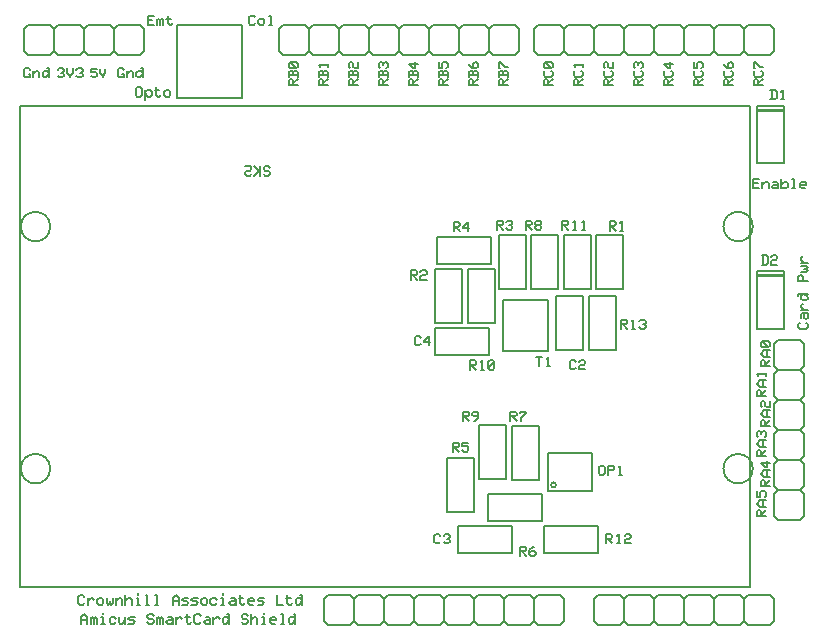
<source format=gbr>
G04 GERBER ASCII OUTPUT FROM: EDWINXP (VER. 1.61 REV. 20080915)*
G04 GERBER FORMAT: RX-274-X*
G04 BOARD: AMICUS_SMARTCARD*
G04 ARTWORK OF COMP.PRINT POSITIVE*
%ASAXBY*%
%FSLAX23Y23*%
%MIA0B0*%
%MOIN*%
%OFA0.0000B0.0000*%
%SFA1B1*%
%IJA0B0*%
%INLAYER0POS*%
%IOA0B0*%
%IPPOS*%
%IR0*%
G04 APERTURE MACROS*
%AMEDWDONUT*
1,1,$1,$2,$3*
1,0,$4,$2,$3*
%
%AMEDWFRECT*
20,1,$1,$2,$3,$4,$5,$6*
%
%AMEDWORECT*
20,1,$1,$2,$3,$4,$5,$10*
20,1,$1,$4,$5,$6,$7,$10*
20,1,$1,$6,$7,$8,$9,$10*
20,1,$1,$8,$9,$2,$3,$10*
1,1,$1,$2,$3*
1,1,$1,$4,$5*
1,1,$1,$6,$7*
1,1,$1,$8,$9*
%
%AMEDWLINER*
20,1,$1,$2,$3,$4,$5,$6*
1,1,$1,$2,$3*
1,1,$1,$4,$5*
%
%AMEDWFTRNG*
4,1,3,$1,$2,$3,$4,$5,$6,$7,$8,$9*
%
%AMEDWATRNG*
4,1,3,$1,$2,$3,$4,$5,$6,$7,$8,$9*
20,1,$11,$1,$2,$3,$4,$10*
20,1,$11,$3,$4,$5,$6,$10*
20,1,$11,$5,$6,$7,$8,$10*
1,1,$11,$3,$4*
1,1,$11,$5,$6*
1,1,$11,$7,$8*
%
%AMEDWOTRNG*
20,1,$1,$2,$3,$4,$5,$8*
20,1,$1,$4,$5,$6,$7,$8*
20,1,$1,$6,$7,$2,$3,$8*
1,1,$1,$2,$3*
1,1,$1,$4,$5*
1,1,$1,$6,$7*
%
G04*
G04 APERTURE LIST*
%ADD10R,0.0650X0.0700*%
%ADD11R,0.0890X0.0940*%
%ADD12R,0.0550X0.0600*%
%ADD13R,0.0790X0.0840*%
%ADD14R,0.0700X0.0650*%
%ADD15R,0.0940X0.0890*%
%ADD16R,0.0600X0.0550*%
%ADD17R,0.0840X0.0790*%
%ADD18R,0.0350X0.0900*%
%ADD19R,0.0590X0.1140*%
%ADD20R,0.0250X0.0800*%
%ADD21R,0.0490X0.1040*%
%ADD22R,0.0760X0.0760*%
%ADD23R,0.1000X0.1000*%
%ADD24R,0.0600X0.0600*%
%ADD25R,0.0840X0.0840*%
%ADD26R,0.0500X0.0580*%
%ADD27R,0.0740X0.0820*%
%ADD28R,0.0400X0.0480*%
%ADD29R,0.0640X0.0720*%
%ADD30R,0.04724X0.06693*%
%ADD31R,0.07124X0.09093*%
%ADD32R,0.03937X0.05906*%
%ADD33R,0.06337X0.08306*%
%ADD34R,0.0860X0.0860*%
%ADD35R,0.1100X0.1100*%
%ADD36R,0.0700X0.0700*%
%ADD37R,0.0940X0.0940*%
%ADD38C,0.00039*%
%ADD40C,0.0010*%
%ADD42C,0.00118*%
%ADD44C,0.0020*%
%ADD45R,0.0020X0.0020*%
%ADD46C,0.0030*%
%ADD47R,0.0030X0.0030*%
%ADD48C,0.0040*%
%ADD49R,0.0040X0.0040*%
%ADD50C,0.0050*%
%ADD51R,0.0050X0.0050*%
%ADD52C,0.00512*%
%ADD53R,0.00512X0.00512*%
%ADD54C,0.00551*%
%ADD55R,0.00551X0.00551*%
%ADD56C,0.00591*%
%ADD57R,0.00591X0.00591*%
%ADD58C,0.00659*%
%ADD59R,0.00659X0.00659*%
%ADD60C,0.00669*%
%ADD62C,0.00787*%
%ADD63R,0.00787X0.00787*%
%ADD64C,0.00799*%
%ADD66C,0.0080*%
%ADD68C,0.00984*%
%ADD69R,0.00984X0.00984*%
%ADD70C,0.0100*%
%ADD71R,0.0100X0.0100*%
%ADD72C,0.01181*%
%ADD74C,0.0120*%
%ADD76C,0.0130*%
%ADD78C,0.0150*%
%ADD79R,0.0150X0.0150*%
%ADD80C,0.01575*%
%ADD82C,0.0160*%
%ADD83R,0.0160X0.0160*%
%ADD84C,0.01698*%
%ADD85R,0.01698X0.01698*%
%ADD86C,0.01797*%
%ADD87R,0.01797X0.01797*%
%ADD88C,0.01895*%
%ADD89R,0.01895X0.01895*%
%ADD90C,0.01969*%
%ADD91R,0.01969X0.01969*%
%ADD92C,0.01994*%
%ADD93R,0.01994X0.01994*%
%ADD94C,0.0200*%
%ADD96C,0.02092*%
%ADD97R,0.02092X0.02092*%
%ADD98C,0.02191*%
%ADD99R,0.02191X0.02191*%
%ADD100C,0.02289*%
%ADD101R,0.02289X0.02289*%
%ADD102C,0.02387*%
%ADD103R,0.02387X0.02387*%
%ADD104C,0.0240*%
%ADD105R,0.0240X0.0240*%
%ADD106C,0.0240*%
%ADD107R,0.0240X0.0240*%
%ADD108C,0.02486*%
%ADD109R,0.02486X0.02486*%
%ADD110C,0.0250*%
%ADD111R,0.0250X0.0250*%
%ADD112C,0.02584*%
%ADD113R,0.02584X0.02584*%
%ADD114C,0.02683*%
%ADD115R,0.02683X0.02683*%
%ADD116C,0.0290*%
%ADD117R,0.0290X0.0290*%
%ADD118C,0.02912*%
%ADD119R,0.02912X0.02912*%
%ADD120C,0.02951*%
%ADD121R,0.02951X0.02951*%
%ADD122C,0.02978*%
%ADD123R,0.02978X0.02978*%
%ADD124C,0.02991*%
%ADD125R,0.02991X0.02991*%
%ADD126C,0.0300*%
%ADD127R,0.0300X0.0300*%
%ADD128C,0.03059*%
%ADD129R,0.03059X0.03059*%
%ADD130C,0.03069*%
%ADD131R,0.03069X0.03069*%
%ADD132C,0.03076*%
%ADD133R,0.03076X0.03076*%
%ADD134C,0.03175*%
%ADD135R,0.03175X0.03175*%
%ADD136C,0.03199*%
%ADD137R,0.03199X0.03199*%
%ADD138C,0.0320*%
%ADD139R,0.0320X0.0320*%
%ADD140C,0.0347*%
%ADD141R,0.0347X0.0347*%
%ADD142C,0.0350*%
%ADD143R,0.0350X0.0350*%
%ADD144C,0.03569*%
%ADD145R,0.03569X0.03569*%
%ADD146C,0.0360*%
%ADD148C,0.03667*%
%ADD149R,0.03667X0.03667*%
%ADD150C,0.0370*%
%ADD152C,0.03765*%
%ADD153R,0.03765X0.03765*%
%ADD154C,0.0390*%
%ADD155R,0.0390X0.0390*%
%ADD156C,0.03937*%
%ADD157R,0.03937X0.03937*%
%ADD158C,0.03975*%
%ADD160C,0.0400*%
%ADD161R,0.0400X0.0400*%
%ADD162C,0.04061*%
%ADD163R,0.04061X0.04061*%
%ADD164C,0.04159*%
%ADD165R,0.04159X0.04159*%
%ADD166C,0.04173*%
%ADD167R,0.04173X0.04173*%
%ADD168C,0.04257*%
%ADD169R,0.04257X0.04257*%
%ADD170C,0.0440*%
%ADD172C,0.0450*%
%ADD173R,0.0450X0.0450*%
%ADD174C,0.04651*%
%ADD175R,0.04651X0.04651*%
%ADD176C,0.0470*%
%ADD177R,0.0470X0.0470*%
%ADD178C,0.04724*%
%ADD179R,0.04724X0.04724*%
%ADD180C,0.0490*%
%ADD181R,0.0490X0.0490*%
%ADD182C,0.0500*%
%ADD183R,0.0500X0.0500*%
%ADD184C,0.05045*%
%ADD185R,0.05045X0.05045*%
%ADD186C,0.05118*%
%ADD187R,0.05118X0.05118*%
%ADD188C,0.05143*%
%ADD189R,0.05143X0.05143*%
%ADD190C,0.05512*%
%ADD191R,0.05512X0.05512*%
%ADD192C,0.0560*%
%ADD194C,0.0570*%
%ADD195R,0.0570X0.0570*%
%ADD196C,0.0590*%
%ADD197R,0.0590X0.0590*%
%ADD198C,0.05906*%
%ADD199R,0.05906X0.05906*%
%ADD200C,0.05931*%
%ADD201R,0.05931X0.05931*%
%ADD202C,0.0600*%
%ADD203R,0.0600X0.0600*%
%ADD204C,0.06029*%
%ADD205R,0.06029X0.06029*%
%ADD206C,0.0620*%
%ADD208C,0.06201*%
%ADD209R,0.06201X0.06201*%
%ADD210C,0.06324*%
%ADD211R,0.06324X0.06324*%
%ADD212C,0.06337*%
%ADD213R,0.06337X0.06337*%
%ADD214C,0.0650*%
%ADD215R,0.0650X0.0650*%
%ADD216C,0.06512*%
%ADD217R,0.06512X0.06512*%
%ADD218C,0.06693*%
%ADD219R,0.06693X0.06693*%
%ADD220C,0.0690*%
%ADD221R,0.0690X0.0690*%
%ADD222C,0.06906*%
%ADD223R,0.06906X0.06906*%
%ADD224C,0.0700*%
%ADD225R,0.0700X0.0700*%
%ADD226C,0.0710*%
%ADD227R,0.0710X0.0710*%
%ADD228C,0.07124*%
%ADD229R,0.07124X0.07124*%
%ADD230C,0.0740*%
%ADD231R,0.0740X0.0740*%
%ADD232C,0.0750*%
%ADD233R,0.0750X0.0750*%
%ADD234C,0.07598*%
%ADD236C,0.0760*%
%ADD237R,0.0760X0.0760*%
%ADD238C,0.07874*%
%ADD240C,0.07912*%
%ADD242C,0.0800*%
%ADD243R,0.0800X0.0800*%
%ADD244C,0.0810*%
%ADD245R,0.0810X0.0810*%
%ADD246C,0.08306*%
%ADD247R,0.08306X0.08306*%
%ADD248C,0.0840*%
%ADD249R,0.0840X0.0840*%
%ADD250C,0.08598*%
%ADD251R,0.08598X0.08598*%
%ADD252C,0.0860*%
%ADD253R,0.0860X0.0860*%
%ADD254C,0.08601*%
%ADD255R,0.08601X0.08601*%
%ADD256C,0.0870*%
%ADD257R,0.0870X0.0870*%
%ADD258C,0.0890*%
%ADD259R,0.0890X0.0890*%
%ADD260C,0.0900*%
%ADD261R,0.0900X0.0900*%
%ADD262C,0.09093*%
%ADD263R,0.09093X0.09093*%
%ADD264C,0.0940*%
%ADD265R,0.0940X0.0940*%
%ADD266C,0.0970*%
%ADD267R,0.0970X0.0970*%
%ADD268C,0.09843*%
%ADD269R,0.09843X0.09843*%
%ADD270C,0.0990*%
%ADD271R,0.0990X0.0990*%
%ADD272C,0.09998*%
%ADD274C,0.1000*%
%ADD275R,0.1000X0.1000*%
%ADD276C,0.10274*%
%ADD277R,0.10274X0.10274*%
%ADD278C,0.1040*%
%ADD279R,0.1040X0.1040*%
%ADD280C,0.10998*%
%ADD281R,0.10998X0.10998*%
%ADD282C,0.1100*%
%ADD283R,0.1100X0.1100*%
%ADD284C,0.1110*%
%ADD285R,0.1110X0.1110*%
%ADD286C,0.1120*%
%ADD287R,0.1120X0.1120*%
%ADD288C,0.1140*%
%ADD289R,0.1140X0.1140*%
%ADD290C,0.1150*%
%ADD291R,0.1150X0.1150*%
%ADD292C,0.1200*%
%ADD293R,0.1200X0.1200*%
%ADD294C,0.1210*%
%ADD295R,0.1210X0.1210*%
%ADD296C,0.1240*%
%ADD297R,0.1240X0.1240*%
%ADD298C,0.1250*%
%ADD299R,0.1250X0.1250*%
%ADD300C,0.12992*%
%ADD301R,0.12992X0.12992*%
%ADD302C,0.1300*%
%ADD303R,0.1300X0.1300*%
%ADD304C,0.1340*%
%ADD305R,0.1340X0.1340*%
%ADD306C,0.1390*%
%ADD307R,0.1390X0.1390*%
%ADD308C,0.1420*%
%ADD309R,0.1420X0.1420*%
%ADD310C,0.1440*%
%ADD311R,0.1440X0.1440*%
%ADD312C,0.1490*%
%ADD313R,0.1490X0.1490*%
%ADD314C,0.1520*%
%ADD315R,0.1520X0.1520*%
%ADD316C,0.15374*%
%ADD317R,0.15374X0.15374*%
%ADD318C,0.1540*%
%ADD319R,0.1540X0.1540*%
%ADD320C,0.1660*%
%ADD321R,0.1660X0.1660*%
%ADD322C,0.17323*%
%ADD324C,0.1760*%
%ADD325R,0.1760X0.1760*%
%ADD326C,0.17774*%
%ADD327R,0.17774X0.17774*%
%ADD328C,0.18504*%
%ADD330C,0.18898*%
%ADD332C,0.20904*%
%ADD334C,0.2126*%
%ADD336C,0.21298*%
%ADD338C,0.22835*%
%ADD341R,0.23622X0.23622*%
%ADD343R,0.24937X0.24937*%
%ADD345R,0.26022X0.26022*%
%ADD347R,0.27337X0.27337*%
%ADD349R,0.31496X0.31496*%
%ADD351R,0.32811X0.32811*%
%ADD353R,0.33896X0.33896*%
%ADD355R,0.35211X0.35211*%
%ADD356C,0.45211*%
%ADD357R,0.45211X0.45211*%
%ADD358C,0.55211*%
%ADD359R,0.55211X0.55211*%
%ADD360C,0.65211*%
%ADD361R,0.65211X0.65211*%
%ADD362C,0.75211*%
%ADD363R,0.75211X0.75211*%
%ADD364C,0.85211*%
%ADD365R,0.85211X0.85211*%
%ADD366C,0.95211*%
%ADD367R,0.95211X0.95211*%
%ADD368C,1.05211*%
%ADD369R,1.05211X1.05211*%
%ADD370C,1.15211*%
%ADD371R,1.15211X1.15211*%
%ADD372C,1.25211*%
%ADD373R,1.25211X1.25211*%
%ADD374C,1.35211*%
%ADD375R,1.35211X1.35211*%
%ADD376C,1.45211*%
%ADD377R,1.45211X1.45211*%
%ADD378C,1.55211*%
%ADD379R,1.55211X1.55211*%
%ADD380C,1.65211*%
%ADD381R,1.65211X1.65211*%
%ADD382C,1.75211*%
%ADD383R,1.75211X1.75211*%
%ADD384C,1.85211*%
%ADD385R,1.85211X1.85211*%
%ADD386C,1.95211*%
%ADD387R,1.95211X1.95211*%
G04*
D66* 
X1551Y427D02*
X1461Y427D01*
X1461Y607D01*
X1551Y607D01*
X1551Y427D01*
D52* 
X1480Y627D02*
X1480Y658D01*
X1496Y658D01*
X1501Y653D01*
X1501Y648D01*
X1496Y642D01*
X1480Y642D01*
X1485Y642D02*
X1501Y627D01*
X1511Y632D02*
X1516Y627D01*
X1526Y627D01*
X1532Y632D01*
X1532Y642D01*
X1526Y648D01*
X1511Y648D01*
X1511Y658D01*
X1532Y658D01*
D66* 
X1426Y1254D02*
X1426Y1344D01*
X1606Y1344D01*
X1606Y1254D01*
X1426Y1254D01*
D52* 
X1484Y1362D02*
X1484Y1392D01*
X1499Y1392D01*
X1504Y1387D01*
X1504Y1382D01*
X1499Y1377D01*
X1484Y1377D01*
X1489Y1377D02*
X1504Y1362D01*
X1535Y1372D02*
X1515Y1372D01*
X1515Y1377D01*
X1530Y1392D01*
X1530Y1362D01*
D66* 
X1633Y1349D02*
X1723Y1349D01*
X1723Y1169D01*
X1633Y1169D01*
X1633Y1349D01*
D52* 
X1628Y1367D02*
X1628Y1397D01*
X1644Y1397D01*
X1649Y1392D01*
X1649Y1387D01*
X1644Y1382D01*
X1628Y1382D01*
X1633Y1382D02*
X1649Y1367D01*
X1659Y1392D02*
X1664Y1397D01*
X1674Y1397D01*
X1679Y1392D01*
X1679Y1387D01*
X1674Y1382D01*
X1669Y1382D01*
X1674Y1382D02*
X1679Y1377D01*
X1679Y1372D01*
X1674Y1367D01*
X1664Y1367D01*
X1659Y1372D01*
D66* 
X1512Y1056D02*
X1422Y1056D01*
X1422Y1236D01*
X1512Y1236D01*
X1512Y1056D01*
D52* 
X1342Y1201D02*
X1342Y1232D01*
X1357Y1232D01*
X1362Y1227D01*
X1362Y1221D01*
X1357Y1216D01*
X1342Y1216D01*
X1347Y1216D02*
X1362Y1201D01*
X1372Y1227D02*
X1377Y1232D01*
X1388Y1232D01*
X1393Y1227D01*
X1393Y1221D01*
X1388Y1216D01*
X1377Y1216D01*
X1372Y1211D01*
X1372Y1201D01*
X1393Y1201D01*
D66* 
X2048Y1169D02*
X1958Y1169D01*
X1958Y1349D01*
X2048Y1349D01*
X2048Y1169D01*
D52* 
X2003Y1364D02*
X2003Y1395D01*
X2018Y1395D01*
X2023Y1390D01*
X2023Y1385D01*
X2018Y1379D01*
X2003Y1379D01*
X2008Y1379D02*
X2023Y1364D01*
X2039Y1364D02*
X2049Y1364D01*
X2044Y1364D02*
X2044Y1395D01*
X2039Y1390D01*
D66* 
X1499Y290D02*
X1499Y380D01*
X1679Y380D01*
X1679Y290D01*
X1499Y290D01*
D52* 
X1439Y327D02*
X1434Y322D01*
X1424Y322D01*
X1419Y327D01*
X1419Y348D01*
X1424Y353D01*
X1434Y353D01*
X1439Y348D01*
X1450Y348D02*
X1455Y353D01*
X1465Y353D01*
X1470Y348D01*
X1470Y343D01*
X1465Y338D01*
X1460Y338D01*
X1465Y338D02*
X1470Y332D01*
X1470Y327D01*
X1465Y322D01*
X1455Y322D01*
X1450Y327D01*
D66* 
X1825Y1147D02*
X1915Y1147D01*
X1915Y967D01*
X1825Y967D01*
X1825Y1147D01*
D52* 
X1891Y907D02*
X1885Y902D01*
X1875Y902D01*
X1870Y907D01*
X1870Y928D01*
X1875Y933D01*
X1885Y933D01*
X1891Y928D01*
X1901Y928D02*
X1906Y933D01*
X1916Y933D01*
X1921Y928D01*
X1921Y923D01*
X1916Y918D01*
X1906Y918D01*
X1901Y913D01*
X1901Y902D01*
X1921Y902D01*
D50* 
X2563Y1000D02*
X2638Y1000D01*
X2650Y988D02*
X2650Y913D01*
X2638Y900D02*
X2563Y900D01*
X2550Y988D02*
X2550Y913D01*
X2563Y900D01*
X2638Y900D02*
X2650Y913D01*
X2650Y988D02*
X2638Y1000D01*
X2563Y1000D02*
X2550Y988D01*
X2638Y800D02*
X2563Y800D01*
X2638Y700D02*
X2563Y700D01*
X2638Y600D02*
X2563Y600D01*
X2638Y500D02*
X2563Y500D01*
X2638Y400D02*
X2563Y400D01*
X2650Y888D02*
X2650Y813D01*
X2650Y788D02*
X2650Y713D01*
X2550Y788D02*
X2550Y713D01*
X2550Y888D02*
X2550Y813D01*
X2550Y688D02*
X2550Y613D01*
X2650Y688D02*
X2650Y613D01*
X2650Y588D02*
X2650Y513D01*
X2550Y588D02*
X2550Y513D01*
X2550Y488D02*
X2550Y413D01*
X2650Y488D02*
X2650Y413D01*
X2650Y888D02*
X2638Y900D01*
X2650Y788D02*
X2638Y800D01*
X2650Y688D02*
X2638Y700D01*
X2650Y588D02*
X2638Y600D01*
X2563Y700D02*
X2550Y713D01*
X2563Y800D02*
X2550Y813D01*
X2563Y600D02*
X2550Y613D01*
X2563Y500D02*
X2550Y513D01*
X2650Y488D02*
X2638Y500D01*
X2563Y400D02*
X2550Y413D01*
X2650Y413D02*
X2638Y400D01*
X2563Y500D02*
X2550Y488D01*
X2650Y513D02*
X2638Y500D01*
X2563Y600D02*
X2550Y588D01*
X2650Y613D02*
X2638Y600D01*
X2650Y713D02*
X2638Y700D01*
X2563Y700D02*
X2550Y688D01*
X2563Y800D02*
X2550Y788D01*
X2650Y813D02*
X2638Y800D01*
X2563Y900D02*
X2550Y888D01*
X1750Y1963D02*
X1750Y2038D01*
X1763Y2050D02*
X1838Y2050D01*
X1850Y2038D02*
X1850Y1963D01*
X1763Y1950D02*
X1838Y1950D01*
X1850Y1963D01*
X1850Y2038D02*
X1838Y2050D01*
X1763Y2050D02*
X1750Y2038D01*
X1750Y1963D02*
X1763Y1950D01*
X1950Y2038D02*
X1950Y1963D01*
X2050Y2038D02*
X2050Y1963D01*
X2150Y2038D02*
X2150Y1963D01*
X2250Y2038D02*
X2250Y1963D01*
X2350Y2038D02*
X2350Y1963D01*
X2450Y2038D02*
X2450Y1963D01*
X2550Y2038D02*
X2550Y1963D01*
X1863Y2050D02*
X1938Y2050D01*
X1963Y2050D02*
X2038Y2050D01*
X1963Y1950D02*
X2038Y1950D01*
X1863Y1950D02*
X1938Y1950D01*
X2063Y1950D02*
X2138Y1950D01*
X2063Y2050D02*
X2138Y2050D01*
X2163Y2050D02*
X2238Y2050D01*
X2163Y1950D02*
X2238Y1950D01*
X2263Y1950D02*
X2338Y1950D01*
X2263Y2050D02*
X2338Y2050D01*
X2363Y2050D02*
X2438Y2050D01*
X2363Y1950D02*
X2438Y1950D01*
X2463Y1950D02*
X2538Y1950D01*
X2463Y2050D02*
X2538Y2050D01*
X1863Y2050D02*
X1850Y2038D01*
X1963Y2050D02*
X1950Y2038D01*
X2063Y2050D02*
X2050Y2038D01*
X2163Y2050D02*
X2150Y2038D01*
X2050Y1963D02*
X2038Y1950D01*
X1950Y1963D02*
X1938Y1950D01*
X2150Y1963D02*
X2138Y1950D01*
X2250Y1963D02*
X2238Y1950D01*
X2263Y2050D02*
X2250Y2038D01*
X2350Y1963D02*
X2338Y1950D01*
X2363Y2050D02*
X2350Y2038D01*
X2463Y2050D02*
X2450Y2038D01*
X2550Y1963D02*
X2538Y1950D01*
X2450Y1963D02*
X2438Y1950D01*
X2438Y2050D02*
X2450Y2038D01*
X2450Y1963D02*
X2463Y1950D01*
X2538Y2050D02*
X2550Y2038D01*
X2338Y2050D02*
X2350Y2038D01*
X2350Y1963D02*
X2363Y1950D01*
X2250Y1963D02*
X2263Y1950D01*
X2238Y2050D02*
X2250Y2038D01*
X2150Y1963D02*
X2163Y1950D01*
X2138Y2050D02*
X2150Y2038D01*
X2038Y2050D02*
X2050Y2038D01*
X2050Y1963D02*
X2063Y1950D01*
X1950Y1963D02*
X1963Y1950D01*
X1938Y2050D02*
X1950Y2038D01*
X1850Y1963D02*
X1863Y1950D01*
X1250Y63D02*
X1250Y138D01*
X1263Y150D02*
X1338Y150D01*
X1350Y138D02*
X1350Y63D01*
X1263Y50D02*
X1338Y50D01*
X1350Y63D01*
X1350Y138D02*
X1338Y150D01*
X1263Y150D02*
X1250Y138D01*
X1250Y63D02*
X1263Y50D01*
X1450Y138D02*
X1450Y63D01*
X1550Y138D02*
X1550Y63D01*
X1650Y138D02*
X1650Y63D01*
X1750Y138D02*
X1750Y63D01*
X1850Y138D02*
X1850Y63D01*
X1363Y150D02*
X1438Y150D01*
X1463Y150D02*
X1538Y150D01*
X1463Y50D02*
X1538Y50D01*
X1363Y50D02*
X1438Y50D01*
X1563Y50D02*
X1638Y50D01*
X1563Y150D02*
X1638Y150D01*
X1663Y150D02*
X1738Y150D01*
X1663Y50D02*
X1738Y50D01*
X1763Y50D02*
X1838Y50D01*
X1763Y150D02*
X1838Y150D01*
X1363Y150D02*
X1350Y138D01*
X1463Y150D02*
X1450Y138D01*
X1563Y150D02*
X1550Y138D01*
X1663Y150D02*
X1650Y138D01*
X1550Y63D02*
X1538Y50D01*
X1450Y63D02*
X1438Y50D01*
X1650Y63D02*
X1638Y50D01*
X1750Y63D02*
X1738Y50D01*
X1763Y150D02*
X1750Y138D01*
X1850Y63D02*
X1838Y50D01*
X1838Y150D02*
X1850Y138D01*
X1750Y63D02*
X1763Y50D01*
X1738Y150D02*
X1750Y138D01*
X1650Y63D02*
X1663Y50D01*
X1638Y150D02*
X1650Y138D01*
X1538Y150D02*
X1550Y138D01*
X1550Y63D02*
X1563Y50D01*
X1450Y63D02*
X1463Y50D01*
X1438Y150D02*
X1450Y138D01*
X1350Y63D02*
X1363Y50D01*
X900Y1963D02*
X900Y2038D01*
X913Y2050D02*
X988Y2050D01*
X1000Y2038D02*
X1000Y1963D01*
X913Y1950D02*
X988Y1950D01*
X1000Y1963D01*
X1000Y2038D02*
X988Y2050D01*
X913Y2050D02*
X900Y2038D01*
X900Y1963D02*
X913Y1950D01*
X1100Y2038D02*
X1100Y1963D01*
X1200Y2038D02*
X1200Y1963D01*
X1300Y2038D02*
X1300Y1963D01*
X1400Y2038D02*
X1400Y1963D01*
X1500Y2038D02*
X1500Y1963D01*
X1600Y2038D02*
X1600Y1963D01*
X1700Y2038D02*
X1700Y1963D01*
X1013Y2050D02*
X1088Y2050D01*
X1113Y2050D02*
X1188Y2050D01*
X1113Y1950D02*
X1188Y1950D01*
X1013Y1950D02*
X1088Y1950D01*
X1213Y1950D02*
X1288Y1950D01*
X1213Y2050D02*
X1288Y2050D01*
X1313Y2050D02*
X1388Y2050D01*
X1313Y1950D02*
X1388Y1950D01*
X1413Y1950D02*
X1488Y1950D01*
X1413Y2050D02*
X1488Y2050D01*
X1513Y2050D02*
X1588Y2050D01*
X1513Y1950D02*
X1588Y1950D01*
X1613Y1950D02*
X1688Y1950D01*
X1613Y2050D02*
X1688Y2050D01*
X1013Y2050D02*
X1000Y2038D01*
X1113Y2050D02*
X1100Y2038D01*
X1213Y2050D02*
X1200Y2038D01*
X1313Y2050D02*
X1300Y2038D01*
X1200Y1963D02*
X1188Y1950D01*
X1100Y1963D02*
X1088Y1950D01*
X1300Y1963D02*
X1288Y1950D01*
X1400Y1963D02*
X1388Y1950D01*
X1413Y2050D02*
X1400Y2038D01*
X1500Y1963D02*
X1488Y1950D01*
X1513Y2050D02*
X1500Y2038D01*
X1613Y2050D02*
X1600Y2038D01*
X1700Y1963D02*
X1688Y1950D01*
X1600Y1963D02*
X1588Y1950D01*
X1588Y2050D02*
X1600Y2038D01*
X1600Y1963D02*
X1613Y1950D01*
X1688Y2050D02*
X1700Y2038D01*
X1488Y2050D02*
X1500Y2038D01*
X1500Y1963D02*
X1513Y1950D01*
X1400Y1963D02*
X1413Y1950D01*
X1388Y2050D02*
X1400Y2038D01*
X1300Y1963D02*
X1313Y1950D01*
X1288Y2050D02*
X1300Y2038D01*
X1188Y2050D02*
X1200Y2038D01*
X1200Y1963D02*
X1213Y1950D01*
X1100Y1963D02*
X1113Y1950D01*
X1088Y2050D02*
X1100Y2038D01*
X1000Y1963D02*
X1013Y1950D01*
X1950Y63D02*
X1950Y138D01*
X1963Y150D02*
X2038Y150D01*
X2050Y138D02*
X2050Y63D01*
X1963Y50D02*
X2038Y50D01*
X2050Y63D01*
X2050Y138D02*
X2038Y150D01*
X1963Y150D02*
X1950Y138D01*
X1950Y63D02*
X1963Y50D01*
X2150Y138D02*
X2150Y63D01*
X2250Y138D02*
X2250Y63D01*
X2350Y138D02*
X2350Y63D01*
X2450Y138D02*
X2450Y63D01*
X2550Y138D02*
X2550Y63D01*
X2063Y150D02*
X2138Y150D01*
X2163Y150D02*
X2238Y150D01*
X2163Y50D02*
X2238Y50D01*
X2063Y50D02*
X2138Y50D01*
X2263Y50D02*
X2338Y50D01*
X2263Y150D02*
X2338Y150D01*
X2363Y150D02*
X2438Y150D01*
X2363Y50D02*
X2438Y50D01*
X2463Y50D02*
X2538Y50D01*
X2463Y150D02*
X2538Y150D01*
X2063Y150D02*
X2050Y138D01*
X2163Y150D02*
X2150Y138D01*
X2263Y150D02*
X2250Y138D01*
X2363Y150D02*
X2350Y138D01*
X2250Y63D02*
X2238Y50D01*
X2150Y63D02*
X2138Y50D01*
X2350Y63D02*
X2338Y50D01*
X2450Y63D02*
X2438Y50D01*
X2463Y150D02*
X2450Y138D01*
X2550Y63D02*
X2538Y50D01*
X2538Y150D02*
X2550Y138D01*
X2450Y63D02*
X2463Y50D01*
X2438Y150D02*
X2450Y138D01*
X2350Y63D02*
X2363Y50D01*
X2338Y150D02*
X2350Y138D01*
X2238Y150D02*
X2250Y138D01*
X2250Y63D02*
X2263Y50D01*
X2150Y63D02*
X2163Y50D01*
X2138Y150D02*
X2150Y138D01*
X2050Y63D02*
X2063Y50D01*
X2470Y1781D02*
X39Y1781D01*
X39Y177D01*
X2470Y177D01*
X2470Y1781D01*
G75*
G01X138Y571D02*
G03X138Y571I-49J0D01*
G01*
G75*
G01X138Y1378D02*
G03X138Y1378I-49J0D01*
G01*
G75*
G01X2480Y571D02*
G03X2480Y571I-49J0D01*
G01*
G75*
G01X2480Y1378D02*
G03X2480Y1378I-49J0D01*
G01*
D66* 
X1799Y624D02*
X1943Y624D01*
X1944Y497D02*
X1944Y624D01*
X1943Y497D02*
X1796Y497D01*
X1796Y497D02*
X1796Y622D01*
D50* 
G75*
G01X1824Y517D02*
G03X1824Y517I-8J0D01*
G01*
D52* 
X1967Y555D02*
X1967Y576D01*
X1972Y581D01*
X1982Y581D01*
X1987Y576D01*
X1987Y555D01*
X1982Y550D01*
X1972Y550D01*
X1967Y555D01*
X1998Y550D02*
X1998Y581D01*
X2013Y581D01*
X2018Y576D01*
X2018Y571D01*
X2013Y565D01*
X1998Y565D01*
X2033Y550D02*
X2044Y550D01*
X2039Y550D02*
X2039Y581D01*
X2033Y576D01*
D50* 
X778Y2051D02*
X778Y1807D01*
X561Y1807D01*
X561Y2051D01*
X778Y2051D01*
D52* 
X870Y1574D02*
X865Y1579D01*
X855Y1579D01*
X850Y1574D01*
X850Y1569D01*
X855Y1564D01*
X865Y1564D01*
X870Y1559D01*
X870Y1554D01*
X865Y1548D01*
X855Y1548D01*
X850Y1554D01*
X839Y1579D02*
X839Y1548D01*
X819Y1548D02*
X834Y1564D01*
X839Y1564D01*
X834Y1564D02*
X819Y1579D01*
X809Y1554D02*
X804Y1548D01*
X793Y1548D01*
X788Y1554D01*
X788Y1559D01*
X793Y1564D01*
X804Y1564D01*
X809Y1569D01*
X809Y1579D01*
X788Y1579D01*
D66* 
X2494Y1038D02*
X2585Y1038D01*
X2585Y1213D01*
X2494Y1213D01*
X2494Y1038D01*
D64* 
X2585Y1216D02*
X2494Y1216D01*
X2494Y1229D01*
X2585Y1229D01*
X2585Y1216D01*
D52* 
X2510Y1251D02*
X2525Y1251D01*
X2530Y1257D01*
X2530Y1277D01*
X2525Y1282D01*
X2510Y1282D01*
X2515Y1282D02*
X2515Y1251D01*
X2541Y1277D02*
X2546Y1282D01*
X2556Y1282D01*
X2561Y1277D01*
X2561Y1272D01*
X2556Y1267D01*
X2546Y1267D01*
X2541Y1262D01*
X2541Y1251D01*
X2561Y1251D01*
D66* 
X2023Y967D02*
X1933Y967D01*
X1933Y1147D01*
X2023Y1147D01*
X2023Y967D01*
D52* 
X2041Y1037D02*
X2041Y1068D01*
X2056Y1068D01*
X2061Y1063D01*
X2061Y1058D01*
X2056Y1053D01*
X2041Y1053D01*
X2046Y1053D02*
X2061Y1037D01*
X2077Y1037D02*
X2087Y1037D01*
X2082Y1037D02*
X2082Y1068D01*
X2077Y1063D01*
X2102Y1063D02*
X2107Y1068D01*
X2118Y1068D01*
X2123Y1063D01*
X2123Y1058D01*
X2118Y1053D01*
X2113Y1053D01*
X2118Y1053D02*
X2123Y1048D01*
X2123Y1042D01*
X2118Y1037D01*
X2107Y1037D01*
X2102Y1042D01*
D66* 
X1784Y290D02*
X1784Y380D01*
X1964Y380D01*
X1964Y290D01*
X1784Y290D01*
D52* 
X1992Y322D02*
X1992Y353D01*
X2007Y353D01*
X2012Y348D01*
X2012Y343D01*
X2007Y338D01*
X1992Y338D01*
X1997Y338D02*
X2012Y322D01*
X2028Y322D02*
X2038Y322D01*
X2033Y322D02*
X2033Y353D01*
X2028Y348D01*
X2053Y348D02*
X2058Y353D01*
X2069Y353D01*
X2074Y348D01*
X2074Y343D01*
X2069Y338D01*
X2058Y338D01*
X2053Y332D01*
X2053Y322D01*
X2074Y322D01*
D66* 
X1850Y1349D02*
X1940Y1349D01*
X1940Y1169D01*
X1850Y1169D01*
X1850Y1349D01*
D52* 
X1845Y1367D02*
X1845Y1397D01*
X1860Y1397D01*
X1865Y1392D01*
X1865Y1387D01*
X1860Y1382D01*
X1845Y1382D01*
X1850Y1382D02*
X1865Y1367D01*
X1881Y1367D02*
X1891Y1367D01*
X1886Y1367D02*
X1886Y1397D01*
X1881Y1392D01*
X1911Y1367D02*
X1921Y1367D01*
X1916Y1367D02*
X1916Y1397D01*
X1911Y1392D01*
D66* 
X1422Y949D02*
X1422Y1039D01*
X1602Y1039D01*
X1602Y949D01*
X1422Y949D01*
D52* 
X1375Y987D02*
X1369Y982D01*
X1359Y982D01*
X1354Y987D01*
X1354Y1007D01*
X1359Y1012D01*
X1369Y1012D01*
X1375Y1007D01*
X1405Y992D02*
X1385Y992D01*
X1385Y997D01*
X1400Y1012D01*
X1400Y982D01*
D66* 
X1798Y1133D02*
X1798Y963D01*
X1648Y963D01*
X1648Y1133D01*
X1798Y1133D01*
D52* 
X1767Y912D02*
X1767Y943D01*
X1757Y943D02*
X1778Y943D01*
X1793Y912D02*
X1803Y912D01*
X1798Y912D02*
X1798Y943D01*
X1793Y938D01*
D66* 
X1767Y534D02*
X1677Y534D01*
X1677Y714D01*
X1767Y714D01*
X1767Y534D01*
D52* 
X1672Y729D02*
X1672Y760D01*
X1688Y760D01*
X1693Y755D01*
X1693Y750D01*
X1688Y745D01*
X1672Y745D01*
X1678Y745D02*
X1693Y729D01*
X1708Y729D02*
X1708Y740D01*
X1724Y755D01*
X1724Y760D01*
X1703Y760D01*
X1703Y755D01*
D66* 
X1597Y398D02*
X1597Y488D01*
X1777Y488D01*
X1777Y398D01*
X1597Y398D01*
D52* 
X1705Y280D02*
X1705Y311D01*
X1720Y311D01*
X1725Y306D01*
X1725Y301D01*
X1720Y296D01*
X1705Y296D01*
X1710Y296D02*
X1725Y280D01*
X1735Y291D02*
X1741Y296D01*
X1751Y296D01*
X1756Y291D01*
X1756Y286D01*
X1751Y280D01*
X1741Y280D01*
X1735Y286D01*
X1735Y301D01*
X1746Y311D01*
X1751Y311D01*
D66* 
X2494Y1589D02*
X2585Y1589D01*
X2585Y1764D01*
X2494Y1764D01*
X2494Y1589D01*
D64* 
X2585Y1767D02*
X2494Y1767D01*
X2494Y1781D01*
X2585Y1781D01*
X2585Y1767D01*
D52* 
X2539Y1803D02*
X2555Y1803D01*
X2560Y1808D01*
X2560Y1828D01*
X2555Y1833D01*
X2539Y1833D01*
X2544Y1833D02*
X2544Y1803D01*
X2575Y1803D02*
X2585Y1803D01*
X2580Y1803D02*
X2580Y1833D01*
X2575Y1828D01*
D66* 
X1741Y1349D02*
X1831Y1349D01*
X1831Y1169D01*
X1741Y1169D01*
X1741Y1349D01*
D52* 
X1724Y1367D02*
X1724Y1397D01*
X1739Y1397D01*
X1744Y1392D01*
X1744Y1387D01*
X1739Y1382D01*
X1724Y1382D01*
X1729Y1382D02*
X1744Y1367D01*
X1755Y1372D02*
X1755Y1377D01*
X1760Y1382D01*
X1770Y1382D01*
X1775Y1387D01*
X1775Y1392D01*
X1770Y1397D01*
X1760Y1397D01*
X1755Y1392D01*
X1755Y1387D01*
X1760Y1382D01*
X1770Y1382D02*
X1775Y1377D01*
X1775Y1372D01*
X1770Y1367D01*
X1760Y1367D01*
X1755Y1372D01*
D66* 
X1659Y536D02*
X1569Y536D01*
X1569Y716D01*
X1659Y716D01*
X1659Y536D01*
D52* 
X1514Y731D02*
X1514Y761D01*
X1530Y761D01*
X1535Y756D01*
X1535Y751D01*
X1530Y746D01*
X1514Y746D01*
X1519Y746D02*
X1535Y731D01*
X1550Y731D02*
X1555Y731D01*
X1565Y741D01*
X1565Y756D01*
X1560Y761D01*
X1550Y761D01*
X1545Y756D01*
X1545Y751D01*
X1550Y746D01*
X1560Y746D01*
X1565Y751D01*
D66* 
X1620Y1056D02*
X1530Y1056D01*
X1530Y1236D01*
X1620Y1236D01*
X1620Y1056D01*
D52* 
X1537Y901D02*
X1537Y932D01*
X1553Y932D01*
X1558Y927D01*
X1558Y921D01*
X1553Y916D01*
X1537Y916D01*
X1542Y916D02*
X1558Y901D01*
X1573Y901D02*
X1583Y901D01*
X1578Y901D02*
X1578Y932D01*
X1573Y927D01*
X1599Y906D02*
X1599Y927D01*
X1604Y932D01*
X1614Y932D01*
X1619Y927D01*
X1619Y906D01*
X1614Y901D01*
X1604Y901D01*
X1599Y906D01*
X1619Y927D01*
D50* 
X50Y1963D02*
X50Y2038D01*
X63Y2050D02*
X138Y2050D01*
X150Y2038D02*
X150Y1963D01*
X63Y1950D02*
X138Y1950D01*
X150Y1963D01*
X150Y2038D02*
X138Y2050D01*
X63Y2050D02*
X50Y2038D01*
X50Y1963D02*
X63Y1950D01*
X250Y2038D02*
X250Y1963D01*
X350Y2038D02*
X350Y1963D01*
X450Y2038D02*
X450Y1963D01*
X163Y2050D02*
X238Y2050D01*
X263Y2050D02*
X338Y2050D01*
X263Y1950D02*
X338Y1950D01*
X163Y1950D02*
X238Y1950D01*
X363Y1950D02*
X438Y1950D01*
X363Y2050D02*
X438Y2050D01*
X163Y2050D02*
X150Y2038D01*
X263Y2050D02*
X250Y2038D01*
X363Y2050D02*
X350Y2038D01*
X350Y1963D02*
X338Y1950D01*
X250Y1963D02*
X238Y1950D01*
X450Y1963D02*
X438Y1950D01*
X438Y2050D02*
X450Y2038D01*
X338Y2050D02*
X350Y2038D01*
X350Y1963D02*
X363Y1950D01*
X250Y1963D02*
X263Y1950D01*
X238Y2050D02*
X250Y2038D01*
X150Y1963D02*
X163Y1950D01*
X1050Y138D02*
X1050Y63D01*
X1150Y63D02*
X1150Y138D01*
X1250Y63D02*
X1250Y138D01*
X1238Y50D02*
X1163Y50D01*
X1238Y150D02*
X1163Y150D01*
X1138Y150D02*
X1063Y150D01*
X1138Y50D02*
X1063Y50D01*
X1050Y63D01*
X1163Y50D02*
X1150Y63D01*
X1150Y138D02*
X1138Y150D01*
X1250Y138D02*
X1238Y150D01*
X1250Y63D02*
X1238Y50D01*
X1150Y63D02*
X1138Y50D01*
X1163Y150D02*
X1150Y138D01*
X1063Y150D02*
X1050Y138D01*
D56* 
X963Y1850D02*
X934Y1850D01*
X934Y1864D01*
X939Y1869D01*
X944Y1869D01*
X948Y1864D01*
X948Y1850D01*
X948Y1855D02*
X963Y1869D01*
X963Y1878D02*
X963Y1893D01*
X958Y1897D01*
X953Y1897D01*
X948Y1893D01*
X948Y1883D01*
X948Y1893D02*
X944Y1897D01*
X939Y1897D01*
X934Y1893D01*
X934Y1878D01*
X934Y1883D02*
X963Y1883D01*
X958Y1907D02*
X939Y1907D01*
X934Y1911D01*
X934Y1921D01*
X939Y1926D01*
X958Y1926D01*
X963Y1921D01*
X963Y1911D01*
X958Y1907D01*
X939Y1926D01*
X1063Y1850D02*
X1034Y1850D01*
X1034Y1864D01*
X1039Y1869D01*
X1044Y1869D01*
X1048Y1864D01*
X1048Y1850D01*
X1048Y1855D02*
X1063Y1869D01*
X1063Y1878D02*
X1063Y1893D01*
X1058Y1897D01*
X1053Y1897D01*
X1048Y1893D01*
X1048Y1883D01*
X1048Y1893D02*
X1044Y1897D01*
X1039Y1897D01*
X1034Y1893D01*
X1034Y1878D01*
X1034Y1883D02*
X1063Y1883D01*
X1063Y1911D02*
X1063Y1921D01*
X1063Y1916D02*
X1034Y1916D01*
X1039Y1911D01*
X1163Y1850D02*
X1134Y1850D01*
X1134Y1864D01*
X1139Y1869D01*
X1144Y1869D01*
X1148Y1864D01*
X1148Y1850D01*
X1148Y1855D02*
X1163Y1869D01*
X1163Y1878D02*
X1163Y1893D01*
X1158Y1897D01*
X1153Y1897D01*
X1148Y1893D01*
X1148Y1883D01*
X1148Y1893D02*
X1144Y1897D01*
X1139Y1897D01*
X1134Y1893D01*
X1134Y1878D01*
X1134Y1883D02*
X1163Y1883D01*
X1139Y1907D02*
X1134Y1911D01*
X1134Y1921D01*
X1139Y1926D01*
X1144Y1926D01*
X1148Y1921D01*
X1148Y1911D01*
X1153Y1907D01*
X1163Y1907D01*
X1163Y1926D01*
X1263Y1850D02*
X1234Y1850D01*
X1234Y1864D01*
X1239Y1869D01*
X1244Y1869D01*
X1248Y1864D01*
X1248Y1850D01*
X1248Y1855D02*
X1263Y1869D01*
X1263Y1878D02*
X1263Y1893D01*
X1258Y1897D01*
X1253Y1897D01*
X1248Y1893D01*
X1248Y1883D01*
X1248Y1893D02*
X1244Y1897D01*
X1239Y1897D01*
X1234Y1893D01*
X1234Y1878D01*
X1234Y1883D02*
X1263Y1883D01*
X1239Y1907D02*
X1234Y1911D01*
X1234Y1921D01*
X1239Y1926D01*
X1244Y1926D01*
X1248Y1921D01*
X1248Y1916D01*
X1248Y1921D02*
X1253Y1926D01*
X1258Y1926D01*
X1263Y1921D01*
X1263Y1911D01*
X1258Y1907D01*
X1363Y1850D02*
X1334Y1850D01*
X1334Y1864D01*
X1339Y1869D01*
X1344Y1869D01*
X1348Y1864D01*
X1348Y1850D01*
X1348Y1855D02*
X1363Y1869D01*
X1363Y1878D02*
X1363Y1893D01*
X1358Y1897D01*
X1353Y1897D01*
X1348Y1893D01*
X1348Y1883D01*
X1348Y1893D02*
X1344Y1897D01*
X1339Y1897D01*
X1334Y1893D01*
X1334Y1878D01*
X1334Y1883D02*
X1363Y1883D01*
X1353Y1926D02*
X1353Y1907D01*
X1348Y1907D01*
X1334Y1921D01*
X1363Y1921D01*
X1463Y1850D02*
X1434Y1850D01*
X1434Y1864D01*
X1439Y1869D01*
X1444Y1869D01*
X1448Y1864D01*
X1448Y1850D01*
X1448Y1855D02*
X1463Y1869D01*
X1463Y1878D02*
X1463Y1893D01*
X1458Y1897D01*
X1453Y1897D01*
X1448Y1893D01*
X1448Y1883D01*
X1448Y1893D02*
X1444Y1897D01*
X1439Y1897D01*
X1434Y1893D01*
X1434Y1878D01*
X1434Y1883D02*
X1463Y1883D01*
X1458Y1907D02*
X1463Y1911D01*
X1463Y1921D01*
X1458Y1926D01*
X1448Y1926D01*
X1444Y1921D01*
X1444Y1907D01*
X1434Y1907D01*
X1434Y1926D01*
X1563Y1850D02*
X1534Y1850D01*
X1534Y1864D01*
X1539Y1869D01*
X1544Y1869D01*
X1548Y1864D01*
X1548Y1850D01*
X1548Y1855D02*
X1563Y1869D01*
X1563Y1878D02*
X1563Y1893D01*
X1558Y1897D01*
X1553Y1897D01*
X1548Y1893D01*
X1548Y1883D01*
X1548Y1893D02*
X1544Y1897D01*
X1539Y1897D01*
X1534Y1893D01*
X1534Y1878D01*
X1534Y1883D02*
X1563Y1883D01*
X1553Y1907D02*
X1548Y1911D01*
X1548Y1921D01*
X1553Y1926D01*
X1558Y1926D01*
X1563Y1921D01*
X1563Y1911D01*
X1558Y1907D01*
X1544Y1907D01*
X1534Y1916D01*
X1534Y1921D01*
X1663Y1850D02*
X1634Y1850D01*
X1634Y1864D01*
X1639Y1869D01*
X1644Y1869D01*
X1648Y1864D01*
X1648Y1850D01*
X1648Y1855D02*
X1663Y1869D01*
X1663Y1878D02*
X1663Y1893D01*
X1658Y1897D01*
X1653Y1897D01*
X1648Y1893D01*
X1648Y1883D01*
X1648Y1893D02*
X1644Y1897D01*
X1639Y1897D01*
X1634Y1893D01*
X1634Y1878D01*
X1634Y1883D02*
X1663Y1883D01*
X1663Y1911D02*
X1653Y1911D01*
X1639Y1926D01*
X1634Y1926D01*
X1634Y1907D01*
X1639Y1907D01*
X1813Y1850D02*
X1784Y1850D01*
X1784Y1864D01*
X1789Y1869D01*
X1794Y1869D01*
X1798Y1864D01*
X1798Y1850D01*
X1798Y1855D02*
X1813Y1869D01*
X1808Y1897D02*
X1813Y1893D01*
X1813Y1883D01*
X1808Y1878D01*
X1789Y1878D01*
X1784Y1883D01*
X1784Y1893D01*
X1789Y1897D01*
X1808Y1907D02*
X1789Y1907D01*
X1784Y1911D01*
X1784Y1921D01*
X1789Y1926D01*
X1808Y1926D01*
X1813Y1921D01*
X1813Y1911D01*
X1808Y1907D01*
X1789Y1926D01*
X1913Y1850D02*
X1884Y1850D01*
X1884Y1864D01*
X1889Y1869D01*
X1894Y1869D01*
X1898Y1864D01*
X1898Y1850D01*
X1898Y1855D02*
X1913Y1869D01*
X1908Y1897D02*
X1913Y1893D01*
X1913Y1883D01*
X1908Y1878D01*
X1889Y1878D01*
X1884Y1883D01*
X1884Y1893D01*
X1889Y1897D01*
X1913Y1911D02*
X1913Y1921D01*
X1913Y1916D02*
X1884Y1916D01*
X1889Y1911D01*
X2013Y1850D02*
X1984Y1850D01*
X1984Y1864D01*
X1989Y1869D01*
X1994Y1869D01*
X1998Y1864D01*
X1998Y1850D01*
X1998Y1855D02*
X2013Y1869D01*
X2008Y1897D02*
X2013Y1893D01*
X2013Y1883D01*
X2008Y1878D01*
X1989Y1878D01*
X1984Y1883D01*
X1984Y1893D01*
X1989Y1897D01*
X1989Y1907D02*
X1984Y1911D01*
X1984Y1921D01*
X1989Y1926D01*
X1994Y1926D01*
X1998Y1921D01*
X1998Y1911D01*
X2003Y1907D01*
X2013Y1907D01*
X2013Y1926D01*
X2113Y1850D02*
X2084Y1850D01*
X2084Y1864D01*
X2089Y1869D01*
X2094Y1869D01*
X2098Y1864D01*
X2098Y1850D01*
X2098Y1855D02*
X2113Y1869D01*
X2108Y1897D02*
X2113Y1893D01*
X2113Y1883D01*
X2108Y1878D01*
X2089Y1878D01*
X2084Y1883D01*
X2084Y1893D01*
X2089Y1897D01*
X2089Y1907D02*
X2084Y1911D01*
X2084Y1921D01*
X2089Y1926D01*
X2094Y1926D01*
X2098Y1921D01*
X2098Y1916D01*
X2098Y1921D02*
X2103Y1926D01*
X2108Y1926D01*
X2113Y1921D01*
X2113Y1911D01*
X2108Y1907D01*
X2213Y1850D02*
X2184Y1850D01*
X2184Y1864D01*
X2189Y1869D01*
X2194Y1869D01*
X2198Y1864D01*
X2198Y1850D01*
X2198Y1855D02*
X2213Y1869D01*
X2208Y1897D02*
X2213Y1893D01*
X2213Y1883D01*
X2208Y1878D01*
X2189Y1878D01*
X2184Y1883D01*
X2184Y1893D01*
X2189Y1897D01*
X2203Y1926D02*
X2203Y1907D01*
X2198Y1907D01*
X2184Y1921D01*
X2213Y1921D01*
X2313Y1850D02*
X2284Y1850D01*
X2284Y1864D01*
X2289Y1869D01*
X2294Y1869D01*
X2298Y1864D01*
X2298Y1850D01*
X2298Y1855D02*
X2313Y1869D01*
X2308Y1897D02*
X2313Y1893D01*
X2313Y1883D01*
X2308Y1878D01*
X2289Y1878D01*
X2284Y1883D01*
X2284Y1893D01*
X2289Y1897D01*
X2308Y1907D02*
X2313Y1911D01*
X2313Y1921D01*
X2308Y1926D01*
X2298Y1926D01*
X2294Y1921D01*
X2294Y1907D01*
X2284Y1907D01*
X2284Y1926D01*
X2413Y1850D02*
X2384Y1850D01*
X2384Y1864D01*
X2389Y1869D01*
X2394Y1869D01*
X2398Y1864D01*
X2398Y1850D01*
X2398Y1855D02*
X2413Y1869D01*
X2408Y1897D02*
X2413Y1893D01*
X2413Y1883D01*
X2408Y1878D01*
X2389Y1878D01*
X2384Y1883D01*
X2384Y1893D01*
X2389Y1897D01*
X2403Y1907D02*
X2398Y1911D01*
X2398Y1921D01*
X2403Y1926D01*
X2408Y1926D01*
X2413Y1921D01*
X2413Y1911D01*
X2408Y1907D01*
X2394Y1907D01*
X2384Y1916D01*
X2384Y1921D01*
X2513Y1850D02*
X2484Y1850D01*
X2484Y1864D01*
X2489Y1869D01*
X2494Y1869D01*
X2498Y1864D01*
X2498Y1850D01*
X2498Y1855D02*
X2513Y1869D01*
X2508Y1897D02*
X2513Y1893D01*
X2513Y1883D01*
X2508Y1878D01*
X2489Y1878D01*
X2484Y1883D01*
X2484Y1893D01*
X2489Y1897D01*
X2513Y1911D02*
X2503Y1911D01*
X2489Y1926D01*
X2484Y1926D01*
X2484Y1907D01*
X2489Y1907D01*
D54* 
X252Y123D02*
X247Y118D01*
X237Y118D01*
X231Y123D01*
X231Y144D01*
X237Y150D01*
X247Y150D01*
X252Y144D01*
X263Y118D02*
X263Y139D01*
X263Y129D02*
X273Y139D01*
X279Y139D01*
X284Y134D01*
X294Y123D02*
X294Y134D01*
X300Y139D01*
X310Y139D01*
X315Y134D01*
X315Y123D01*
X310Y118D01*
X300Y118D01*
X294Y123D01*
X326Y139D02*
X326Y123D01*
X331Y118D01*
X336Y123D01*
X336Y129D01*
X336Y123D02*
X342Y118D01*
X347Y123D01*
X347Y139D01*
X357Y118D02*
X357Y139D01*
X357Y129D02*
X368Y139D01*
X373Y139D01*
X378Y134D01*
X378Y118D01*
X389Y118D02*
X389Y150D01*
X389Y129D02*
X399Y139D01*
X405Y139D01*
X410Y134D01*
X410Y118D01*
X426Y118D02*
X436Y118D01*
X431Y118D02*
X431Y139D01*
X426Y139D01*
X431Y150D02*
X431Y155D01*
X457Y150D02*
X462Y150D01*
X462Y118D01*
X457Y118D02*
X468Y118D01*
X489Y150D02*
X494Y150D01*
X494Y118D01*
X489Y118D02*
X499Y118D01*
X546Y118D02*
X546Y139D01*
X557Y150D01*
X567Y139D01*
X567Y118D01*
X567Y129D02*
X546Y129D01*
X578Y118D02*
X593Y118D01*
X599Y123D01*
X593Y129D01*
X583Y129D01*
X578Y134D01*
X583Y139D01*
X599Y139D01*
X609Y118D02*
X625Y118D01*
X630Y123D01*
X625Y129D01*
X614Y129D01*
X609Y134D01*
X614Y139D01*
X630Y139D01*
X641Y123D02*
X641Y134D01*
X646Y139D01*
X656Y139D01*
X662Y134D01*
X662Y123D01*
X656Y118D01*
X646Y118D01*
X641Y123D01*
X693Y134D02*
X688Y139D01*
X677Y139D01*
X672Y134D01*
X672Y123D01*
X677Y118D01*
X688Y118D01*
X693Y123D01*
X709Y118D02*
X719Y118D01*
X714Y118D02*
X714Y139D01*
X709Y139D01*
X714Y150D02*
X714Y155D01*
X740Y139D02*
X751Y139D01*
X756Y134D01*
X756Y118D01*
X756Y123D02*
X751Y118D01*
X740Y118D01*
X735Y123D01*
X740Y129D01*
X756Y129D01*
X767Y139D02*
X782Y139D01*
X772Y150D02*
X772Y123D01*
X777Y118D01*
X782Y118D01*
X788Y123D01*
X798Y129D02*
X819Y129D01*
X819Y134D01*
X814Y139D01*
X803Y139D01*
X798Y134D01*
X798Y123D01*
X803Y118D01*
X814Y118D01*
X830Y118D02*
X845Y118D01*
X851Y123D01*
X845Y129D01*
X835Y129D01*
X830Y134D01*
X835Y139D01*
X851Y139D01*
X893Y150D02*
X893Y118D01*
X914Y118D01*
X924Y139D02*
X940Y139D01*
X929Y150D02*
X929Y123D01*
X935Y118D01*
X940Y118D01*
X945Y123D01*
X977Y129D02*
X966Y118D01*
X961Y118D01*
X956Y123D01*
X956Y134D01*
X961Y139D01*
X971Y139D01*
X977Y134D01*
X971Y150D02*
X977Y150D01*
X977Y118D01*
D56* 
X275Y1880D02*
X280Y1875D01*
X289Y1875D01*
X294Y1880D01*
X294Y1889D01*
X289Y1894D01*
X275Y1894D01*
X275Y1903D01*
X294Y1903D01*
X303Y1903D02*
X303Y1889D01*
X313Y1880D01*
X313Y1875D01*
X313Y1880D02*
X322Y1889D01*
X322Y1903D01*
X163Y1901D02*
X168Y1906D01*
X178Y1906D01*
X183Y1901D01*
X183Y1896D01*
X178Y1891D01*
X173Y1891D01*
X178Y1891D02*
X183Y1885D01*
X183Y1880D01*
X178Y1875D01*
X168Y1875D01*
X163Y1880D01*
X194Y1906D02*
X194Y1891D01*
X204Y1880D01*
X204Y1875D01*
X204Y1880D02*
X215Y1891D01*
X215Y1906D01*
X225Y1901D02*
X231Y1906D01*
X241Y1906D01*
X246Y1901D01*
X246Y1896D01*
X241Y1891D01*
X236Y1891D01*
X241Y1891D02*
X246Y1885D01*
X246Y1880D01*
X241Y1875D01*
X231Y1875D01*
X225Y1880D01*
X71Y1901D02*
X66Y1906D01*
X55Y1906D01*
X50Y1901D01*
X50Y1880D01*
X55Y1875D01*
X71Y1875D01*
X71Y1885D01*
X66Y1885D01*
X81Y1875D02*
X81Y1896D01*
X81Y1885D02*
X92Y1896D01*
X97Y1896D01*
X102Y1891D01*
X102Y1875D01*
X134Y1885D02*
X123Y1875D01*
X118Y1875D01*
X113Y1880D01*
X113Y1891D01*
X118Y1896D01*
X129Y1896D01*
X134Y1891D01*
X129Y1906D02*
X134Y1906D01*
X134Y1875D01*
X383Y1901D02*
X378Y1906D01*
X368Y1906D01*
X363Y1901D01*
X363Y1880D01*
X368Y1875D01*
X383Y1875D01*
X383Y1885D01*
X378Y1885D01*
X394Y1875D02*
X394Y1896D01*
X394Y1885D02*
X404Y1896D01*
X410Y1896D01*
X415Y1891D01*
X415Y1875D01*
X446Y1885D02*
X436Y1875D01*
X431Y1875D01*
X425Y1880D01*
X425Y1891D01*
X431Y1896D01*
X441Y1896D01*
X446Y1891D01*
X441Y1906D02*
X446Y1906D01*
X446Y1875D01*
D54* 
X241Y54D02*
X241Y75D01*
X252Y86D01*
X262Y75D01*
X262Y54D01*
X262Y65D02*
X241Y65D01*
X273Y54D02*
X273Y75D01*
X273Y70D02*
X278Y75D01*
X283Y70D01*
X283Y54D01*
X283Y70D02*
X288Y75D01*
X294Y70D01*
X294Y54D01*
X309Y54D02*
X320Y54D01*
X315Y54D02*
X315Y75D01*
X309Y75D01*
X315Y86D02*
X315Y91D01*
X357Y70D02*
X351Y75D01*
X341Y75D01*
X336Y70D01*
X336Y59D01*
X341Y54D01*
X351Y54D01*
X357Y59D01*
X367Y75D02*
X367Y59D01*
X372Y54D01*
X378Y54D01*
X388Y65D01*
X388Y75D02*
X388Y54D01*
X399Y54D02*
X414Y54D01*
X420Y59D01*
X414Y65D01*
X404Y65D01*
X399Y70D01*
X404Y75D01*
X420Y75D01*
X462Y59D02*
X467Y54D01*
X477Y54D01*
X483Y59D01*
X483Y65D01*
X477Y70D01*
X467Y70D01*
X462Y75D01*
X462Y80D01*
X467Y86D01*
X477Y86D01*
X483Y80D01*
X493Y54D02*
X493Y75D01*
X493Y70D02*
X498Y75D01*
X504Y70D01*
X504Y54D01*
X504Y70D02*
X509Y75D01*
X514Y70D01*
X514Y54D01*
X530Y75D02*
X540Y75D01*
X546Y70D01*
X546Y54D01*
X546Y59D02*
X540Y54D01*
X530Y54D01*
X525Y59D01*
X530Y65D01*
X546Y65D01*
X556Y54D02*
X556Y75D01*
X556Y65D02*
X567Y75D01*
X572Y75D01*
X577Y70D01*
X588Y75D02*
X603Y75D01*
X593Y86D02*
X593Y59D01*
X598Y54D01*
X603Y54D01*
X609Y59D01*
X640Y59D02*
X635Y54D01*
X624Y54D01*
X619Y59D01*
X619Y80D01*
X624Y86D01*
X635Y86D01*
X640Y80D01*
X656Y75D02*
X666Y75D01*
X672Y70D01*
X672Y54D01*
X672Y59D02*
X666Y54D01*
X656Y54D01*
X651Y59D01*
X656Y65D01*
X672Y65D01*
X682Y54D02*
X682Y75D01*
X682Y65D02*
X693Y75D01*
X698Y75D01*
X703Y70D01*
X735Y65D02*
X724Y54D01*
X719Y54D01*
X714Y59D01*
X714Y70D01*
X719Y75D01*
X729Y75D01*
X735Y70D01*
X729Y86D02*
X735Y86D01*
X735Y54D01*
X777Y59D02*
X782Y54D01*
X792Y54D01*
X798Y59D01*
X798Y65D01*
X792Y70D01*
X782Y70D01*
X777Y75D01*
X777Y80D01*
X782Y86D01*
X792Y86D01*
X798Y80D01*
X808Y54D02*
X808Y86D01*
X808Y65D02*
X819Y75D01*
X824Y75D01*
X829Y70D01*
X829Y54D01*
X845Y54D02*
X855Y54D01*
X850Y54D02*
X850Y75D01*
X845Y75D01*
X850Y86D02*
X850Y91D01*
X871Y65D02*
X892Y65D01*
X892Y70D01*
X887Y75D01*
X876Y75D01*
X871Y70D01*
X871Y59D01*
X876Y54D01*
X887Y54D01*
X908Y86D02*
X913Y86D01*
X913Y54D01*
X908Y54D02*
X918Y54D01*
X955Y65D02*
X945Y54D01*
X939Y54D01*
X934Y59D01*
X934Y70D01*
X939Y75D01*
X950Y75D01*
X955Y70D01*
X950Y86D02*
X955Y86D01*
X955Y54D01*
X2657Y1058D02*
X2663Y1053D01*
X2663Y1043D01*
X2657Y1038D01*
X2636Y1038D01*
X2631Y1043D01*
X2631Y1053D01*
X2636Y1058D01*
X2642Y1074D02*
X2642Y1085D01*
X2647Y1090D01*
X2663Y1090D01*
X2657Y1090D02*
X2663Y1085D01*
X2663Y1074D01*
X2657Y1069D01*
X2652Y1074D01*
X2652Y1090D01*
X2663Y1100D02*
X2642Y1100D01*
X2652Y1100D02*
X2642Y1111D01*
X2642Y1116D01*
X2647Y1121D01*
X2652Y1153D02*
X2663Y1142D01*
X2663Y1137D01*
X2657Y1132D01*
X2647Y1132D01*
X2642Y1137D01*
X2642Y1148D01*
X2647Y1153D01*
X2631Y1148D02*
X2631Y1153D01*
X2663Y1153D01*
X2663Y1195D02*
X2631Y1195D01*
X2631Y1211D01*
X2636Y1216D01*
X2642Y1216D01*
X2647Y1211D01*
X2647Y1195D01*
X2642Y1226D02*
X2657Y1226D01*
X2663Y1232D01*
X2657Y1237D01*
X2652Y1237D01*
X2657Y1237D02*
X2663Y1242D01*
X2657Y1247D01*
X2642Y1247D01*
X2663Y1258D02*
X2642Y1258D01*
X2652Y1258D02*
X2642Y1268D01*
X2642Y1274D01*
X2647Y1279D01*
X2501Y1506D02*
X2480Y1506D01*
X2480Y1537D01*
X2501Y1537D01*
X2480Y1522D02*
X2496Y1522D01*
X2512Y1506D02*
X2512Y1527D01*
X2512Y1516D02*
X2522Y1527D01*
X2528Y1527D01*
X2533Y1522D01*
X2533Y1506D01*
X2549Y1527D02*
X2559Y1527D01*
X2564Y1522D01*
X2564Y1506D01*
X2564Y1511D02*
X2559Y1506D01*
X2549Y1506D01*
X2543Y1511D01*
X2549Y1516D01*
X2564Y1516D01*
X2575Y1506D02*
X2575Y1537D01*
X2575Y1516D02*
X2585Y1527D01*
X2591Y1527D01*
X2596Y1522D01*
X2596Y1511D01*
X2591Y1506D01*
X2580Y1506D01*
X2575Y1511D01*
X2612Y1537D02*
X2617Y1537D01*
X2617Y1506D01*
X2612Y1506D02*
X2622Y1506D01*
X2638Y1516D02*
X2659Y1516D01*
X2659Y1522D01*
X2654Y1527D01*
X2643Y1527D01*
X2638Y1522D01*
X2638Y1511D01*
X2643Y1506D01*
X2654Y1506D01*
X423Y1816D02*
X423Y1837D01*
X428Y1843D01*
X439Y1843D01*
X444Y1837D01*
X444Y1816D01*
X439Y1811D01*
X428Y1811D01*
X423Y1816D01*
X455Y1801D02*
X455Y1832D01*
X455Y1827D02*
X460Y1832D01*
X470Y1832D01*
X476Y1827D01*
X476Y1816D01*
X470Y1811D01*
X465Y1811D01*
X455Y1822D01*
X486Y1832D02*
X502Y1832D01*
X491Y1843D02*
X491Y1816D01*
X497Y1811D01*
X502Y1811D01*
X507Y1816D01*
X518Y1816D02*
X518Y1827D01*
X523Y1832D01*
X533Y1832D01*
X539Y1827D01*
X539Y1816D01*
X533Y1811D01*
X523Y1811D01*
X518Y1816D01*
X821Y2055D02*
X816Y2050D01*
X805Y2050D01*
X800Y2055D01*
X800Y2076D01*
X805Y2081D01*
X816Y2081D01*
X821Y2076D01*
X831Y2055D02*
X831Y2066D01*
X837Y2071D01*
X847Y2071D01*
X852Y2066D01*
X852Y2055D01*
X847Y2050D01*
X837Y2050D01*
X831Y2055D01*
X868Y2081D02*
X873Y2081D01*
X873Y2050D01*
X868Y2050D02*
X879Y2050D01*
X483Y2050D02*
X463Y2050D01*
X463Y2081D01*
X483Y2081D01*
X463Y2066D02*
X478Y2066D01*
X494Y2050D02*
X494Y2071D01*
X494Y2066D02*
X499Y2071D01*
X504Y2066D01*
X504Y2050D01*
X504Y2066D02*
X510Y2071D01*
X515Y2066D01*
X515Y2050D01*
X525Y2071D02*
X541Y2071D01*
X531Y2081D02*
X531Y2055D01*
X536Y2050D01*
X541Y2050D01*
X546Y2055D01*
X2538Y913D02*
X2506Y913D01*
X2506Y928D01*
X2511Y933D01*
X2517Y933D01*
X2522Y928D01*
X2522Y913D01*
X2522Y918D02*
X2538Y933D01*
X2538Y944D02*
X2517Y944D01*
X2506Y954D01*
X2517Y965D01*
X2538Y965D01*
X2527Y965D02*
X2527Y944D01*
X2532Y975D02*
X2511Y975D01*
X2506Y981D01*
X2506Y991D01*
X2511Y996D01*
X2532Y996D01*
X2538Y991D01*
X2538Y981D01*
X2532Y975D01*
X2511Y996D01*
X2525Y813D02*
X2494Y813D01*
X2494Y828D01*
X2499Y833D01*
X2504Y833D01*
X2509Y828D01*
X2509Y813D01*
X2509Y818D02*
X2525Y833D01*
X2525Y844D02*
X2504Y844D01*
X2494Y854D01*
X2504Y865D01*
X2525Y865D01*
X2515Y865D02*
X2515Y844D01*
X2525Y881D02*
X2525Y891D01*
X2525Y886D02*
X2494Y886D01*
X2499Y881D01*
X2538Y713D02*
X2506Y713D01*
X2506Y728D01*
X2511Y733D01*
X2517Y733D01*
X2522Y728D01*
X2522Y713D01*
X2522Y718D02*
X2538Y733D01*
X2538Y744D02*
X2517Y744D01*
X2506Y754D01*
X2517Y765D01*
X2538Y765D01*
X2527Y765D02*
X2527Y744D01*
X2511Y775D02*
X2506Y781D01*
X2506Y791D01*
X2511Y796D01*
X2517Y796D01*
X2522Y791D01*
X2522Y781D01*
X2527Y775D01*
X2538Y775D01*
X2538Y796D01*
X2525Y613D02*
X2494Y613D01*
X2494Y628D01*
X2499Y633D01*
X2504Y633D01*
X2509Y628D01*
X2509Y613D01*
X2509Y618D02*
X2525Y633D01*
X2525Y644D02*
X2504Y644D01*
X2494Y654D01*
X2504Y665D01*
X2525Y665D01*
X2515Y665D02*
X2515Y644D01*
X2499Y675D02*
X2494Y681D01*
X2494Y691D01*
X2499Y696D01*
X2504Y696D01*
X2509Y691D01*
X2509Y686D01*
X2509Y691D02*
X2515Y696D01*
X2520Y696D01*
X2525Y691D01*
X2525Y681D01*
X2520Y675D01*
X2538Y513D02*
X2506Y513D01*
X2506Y528D01*
X2511Y533D01*
X2517Y533D01*
X2522Y528D01*
X2522Y513D01*
X2522Y518D02*
X2538Y533D01*
X2538Y544D02*
X2517Y544D01*
X2506Y554D01*
X2517Y565D01*
X2538Y565D01*
X2527Y565D02*
X2527Y544D01*
X2527Y596D02*
X2527Y575D01*
X2522Y575D01*
X2506Y591D01*
X2538Y591D01*
X2525Y413D02*
X2494Y413D01*
X2494Y428D01*
X2499Y433D01*
X2504Y433D01*
X2509Y428D01*
X2509Y413D01*
X2509Y418D02*
X2525Y433D01*
X2525Y444D02*
X2504Y444D01*
X2494Y454D01*
X2504Y465D01*
X2525Y465D01*
X2515Y465D02*
X2515Y444D01*
X2520Y475D02*
X2525Y481D01*
X2525Y491D01*
X2520Y496D01*
X2509Y496D01*
X2504Y491D01*
X2504Y475D01*
X2494Y475D01*
X2494Y496D01*
M02*

</source>
